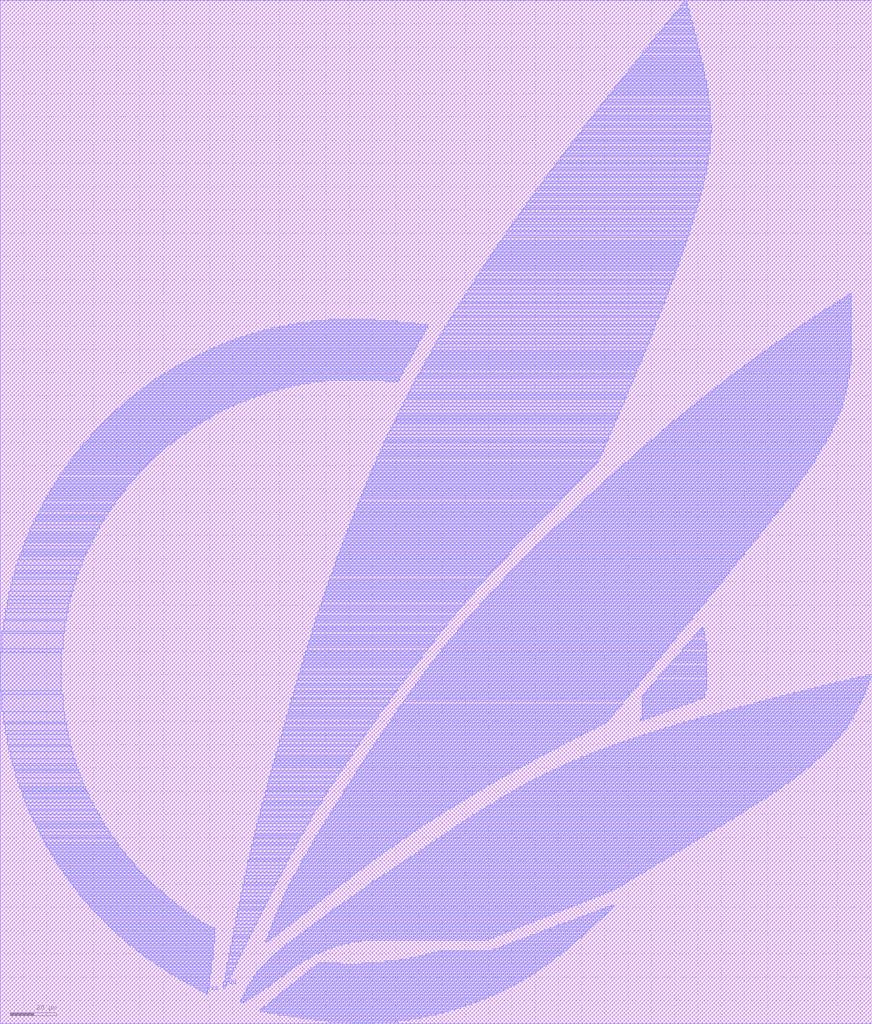
<source format=lef>
VERSION 5.7 ;
  NOWIREEXTENSIONATPIN ON ;
  DIVIDERCHAR "/" ;
  BUSBITCHARS "[]" ;
MACRO avali_logo
  CLASS BLOCK ;
  FOREIGN avali_logo ;
  ORIGIN 0.000 0.000 ;
  SIZE 375.000 BY 440.250 ;
  PIN vss
    DIRECTION INOUT ;
    USE GROUND ;
    SHAPE ABUTMENT ;
    PORT
      LAYER Metal4 ;
        RECT 141.000 302.250 161.250 303.000 ;
        RECT 133.500 301.500 171.000 302.250 ;
        RECT 127.500 300.750 178.500 301.500 ;
        RECT 123.750 300.000 183.750 300.750 ;
        RECT 120.000 299.250 183.750 300.000 ;
        RECT 116.250 298.500 183.000 299.250 ;
        RECT 113.250 297.750 183.000 298.500 ;
        RECT 111.000 297.000 182.250 297.750 ;
        RECT 108.000 296.250 182.250 297.000 ;
        RECT 105.750 295.500 181.500 296.250 ;
        RECT 103.500 294.750 181.500 295.500 ;
        RECT 101.250 294.000 180.750 294.750 ;
        RECT 99.000 293.250 180.000 294.000 ;
        RECT 97.500 292.500 180.000 293.250 ;
        RECT 95.250 291.750 179.250 292.500 ;
        RECT 93.750 291.000 179.250 291.750 ;
        RECT 91.500 290.250 178.500 291.000 ;
        RECT 90.000 289.500 178.500 290.250 ;
        RECT 88.500 288.750 177.750 289.500 ;
        RECT 87.000 288.000 177.750 288.750 ;
        RECT 85.500 287.250 177.000 288.000 ;
        RECT 84.000 286.500 177.000 287.250 ;
        RECT 82.500 285.750 176.250 286.500 ;
        RECT 81.000 285.000 176.250 285.750 ;
        RECT 79.500 284.250 175.500 285.000 ;
        RECT 78.000 283.500 174.750 284.250 ;
        RECT 76.500 282.750 174.750 283.500 ;
        RECT 75.000 282.000 174.000 282.750 ;
        RECT 74.250 281.250 174.000 282.000 ;
        RECT 72.750 280.500 173.250 281.250 ;
        RECT 72.000 279.750 173.250 280.500 ;
        RECT 70.500 279.000 172.500 279.750 ;
        RECT 69.000 278.250 172.500 279.000 ;
        RECT 68.250 277.500 171.750 278.250 ;
        RECT 66.750 276.750 171.750 277.500 ;
        RECT 66.000 276.000 139.500 276.750 ;
        RECT 165.750 276.000 171.000 276.750 ;
        RECT 64.500 275.250 133.500 276.000 ;
        RECT 63.750 274.500 129.000 275.250 ;
        RECT 63.000 273.750 125.250 274.500 ;
        RECT 61.500 273.000 122.250 273.750 ;
        RECT 60.750 272.250 119.250 273.000 ;
        RECT 60.000 271.500 116.250 272.250 ;
        RECT 58.500 270.750 114.000 271.500 ;
        RECT 57.750 270.000 111.750 270.750 ;
        RECT 57.000 269.250 109.500 270.000 ;
        RECT 55.500 268.500 107.250 269.250 ;
        RECT 54.750 267.750 105.750 268.500 ;
        RECT 54.000 267.000 103.500 267.750 ;
        RECT 53.250 266.250 102.000 267.000 ;
        RECT 52.500 265.500 100.500 266.250 ;
        RECT 51.750 264.750 98.250 265.500 ;
        RECT 50.250 264.000 96.750 264.750 ;
        RECT 49.500 263.250 95.250 264.000 ;
        RECT 48.750 262.500 93.750 263.250 ;
        RECT 48.000 261.750 92.250 262.500 ;
        RECT 47.250 261.000 91.500 261.750 ;
        RECT 46.500 260.250 90.000 261.000 ;
        RECT 45.750 259.500 88.500 260.250 ;
        RECT 45.000 258.750 87.000 259.500 ;
        RECT 44.250 258.000 86.250 258.750 ;
        RECT 43.500 257.250 84.750 258.000 ;
        RECT 42.750 256.500 84.000 257.250 ;
        RECT 42.000 255.750 82.500 256.500 ;
        RECT 41.250 255.000 81.000 255.750 ;
        RECT 40.500 254.250 80.250 255.000 ;
        RECT 39.750 253.500 79.500 254.250 ;
        RECT 39.000 252.750 78.000 253.500 ;
        RECT 39.000 252.000 77.250 252.750 ;
        RECT 38.250 251.250 75.750 252.000 ;
        RECT 37.500 250.500 75.000 251.250 ;
        RECT 36.750 249.750 74.250 250.500 ;
        RECT 36.000 249.000 73.500 249.750 ;
        RECT 35.250 248.250 72.000 249.000 ;
        RECT 34.500 247.500 71.250 248.250 ;
        RECT 34.500 246.750 70.500 247.500 ;
        RECT 33.750 246.000 69.750 246.750 ;
        RECT 33.000 245.250 69.000 246.000 ;
        RECT 32.250 244.500 68.250 245.250 ;
        RECT 31.500 243.750 66.750 244.500 ;
        RECT 31.500 243.000 66.000 243.750 ;
        RECT 30.750 242.250 65.250 243.000 ;
        RECT 30.000 241.500 64.500 242.250 ;
        RECT 29.250 240.750 63.750 241.500 ;
        RECT 29.250 240.000 63.000 240.750 ;
        RECT 28.500 239.250 62.250 240.000 ;
        RECT 27.750 238.500 61.500 239.250 ;
        RECT 27.750 237.750 60.750 238.500 ;
        RECT 27.000 237.000 60.000 237.750 ;
        RECT 26.250 236.250 59.250 237.000 ;
        RECT 25.500 234.750 58.500 236.250 ;
        RECT 24.750 234.000 57.750 234.750 ;
        RECT 24.750 233.250 57.000 234.000 ;
        RECT 24.000 232.500 56.250 233.250 ;
        RECT 23.250 231.750 55.500 232.500 ;
        RECT 23.250 231.000 54.750 231.750 ;
        RECT 22.500 230.250 54.000 231.000 ;
        RECT 21.750 229.500 54.000 230.250 ;
        RECT 21.750 228.750 53.250 229.500 ;
        RECT 21.000 228.000 52.500 228.750 ;
        RECT 21.000 227.250 51.750 228.000 ;
        RECT 20.250 226.500 51.750 227.250 ;
        RECT 19.500 225.750 51.000 226.500 ;
        RECT 19.500 225.000 50.250 225.750 ;
        RECT 18.750 223.500 49.500 225.000 ;
        RECT 18.000 222.750 48.750 223.500 ;
        RECT 18.000 222.000 48.000 222.750 ;
        RECT 17.250 221.250 48.000 222.000 ;
        RECT 17.250 220.500 47.250 221.250 ;
        RECT 16.500 219.000 46.500 220.500 ;
        RECT 15.750 218.250 45.750 219.000 ;
        RECT 15.750 217.500 45.000 218.250 ;
        RECT 15.000 216.750 45.000 217.500 ;
        RECT 15.000 216.000 44.250 216.750 ;
        RECT 14.250 214.500 43.500 216.000 ;
        RECT 13.500 213.000 42.750 214.500 ;
        RECT 12.750 211.500 42.000 213.000 ;
        RECT 12.750 210.750 41.250 211.500 ;
        RECT 12.000 210.000 41.250 210.750 ;
        RECT 12.000 209.250 40.500 210.000 ;
        RECT 11.250 208.500 40.500 209.250 ;
        RECT 11.250 207.750 39.750 208.500 ;
        RECT 10.500 207.000 39.750 207.750 ;
        RECT 10.500 205.500 39.000 207.000 ;
        RECT 9.750 204.000 38.250 205.500 ;
        RECT 9.750 203.250 37.500 204.000 ;
        RECT 9.000 202.500 37.500 203.250 ;
        RECT 9.000 201.750 36.750 202.500 ;
        RECT 8.250 201.000 36.750 201.750 ;
        RECT 8.250 199.500 36.000 201.000 ;
        RECT 7.500 197.250 35.250 199.500 ;
        RECT 6.750 195.000 34.500 197.250 ;
        RECT 6.750 194.250 33.750 195.000 ;
        RECT 6.000 193.500 33.750 194.250 ;
        RECT 6.000 192.000 33.000 193.500 ;
        RECT 5.250 191.250 33.000 192.000 ;
        RECT 5.250 189.000 32.250 191.250 ;
        RECT 4.500 186.000 31.500 189.000 ;
        RECT 3.750 183.750 30.750 186.000 ;
        RECT 3.750 182.250 30.000 183.750 ;
        RECT 3.000 180.750 30.000 182.250 ;
        RECT 3.000 178.500 29.250 180.750 ;
        RECT 2.250 177.000 29.250 178.500 ;
        RECT 2.250 174.000 28.500 177.000 ;
        RECT 1.500 173.250 28.500 174.000 ;
        RECT 1.500 168.750 27.750 173.250 ;
        RECT 0.750 168.000 27.750 168.750 ;
        RECT 0.750 161.250 27.000 168.000 ;
        RECT 0.750 159.750 26.250 161.250 ;
        RECT 0.000 143.250 26.250 159.750 ;
        RECT 0.750 141.750 26.250 143.250 ;
        RECT 0.750 134.250 27.000 141.750 ;
        RECT 1.500 129.750 27.750 134.250 ;
        RECT 1.500 129.000 28.500 129.750 ;
        RECT 2.250 126.000 28.500 129.000 ;
        RECT 2.250 124.500 29.250 126.000 ;
        RECT 3.000 122.250 29.250 124.500 ;
        RECT 3.000 120.000 30.000 122.250 ;
        RECT 3.750 119.250 30.000 120.000 ;
        RECT 3.750 117.000 30.750 119.250 ;
        RECT 4.500 114.000 31.500 117.000 ;
        RECT 5.250 111.750 32.250 114.000 ;
        RECT 5.250 111.000 33.000 111.750 ;
        RECT 6.000 109.500 33.000 111.000 ;
        RECT 6.000 108.750 33.750 109.500 ;
        RECT 6.750 108.000 33.750 108.750 ;
        RECT 6.750 105.750 34.500 108.000 ;
        RECT 7.500 103.500 35.250 105.750 ;
        RECT 8.250 102.000 36.000 103.500 ;
        RECT 8.250 101.250 36.750 102.000 ;
        RECT 9.000 100.500 36.750 101.250 ;
        RECT 9.000 99.750 37.500 100.500 ;
        RECT 9.750 99.000 37.500 99.750 ;
        RECT 9.750 97.500 38.250 99.000 ;
        RECT 10.500 96.750 38.250 97.500 ;
        RECT 10.500 95.250 39.000 96.750 ;
        RECT 11.250 93.750 39.750 95.250 ;
        RECT 12.000 92.250 40.500 93.750 ;
        RECT 12.000 91.500 41.250 92.250 ;
        RECT 12.750 90.000 42.000 91.500 ;
        RECT 13.500 88.500 42.750 90.000 ;
        RECT 14.250 87.000 43.500 88.500 ;
        RECT 15.000 86.250 44.250 87.000 ;
        RECT 15.000 85.500 45.000 86.250 ;
        RECT 15.750 84.750 45.000 85.500 ;
        RECT 15.750 84.000 45.750 84.750 ;
        RECT 16.500 82.500 46.500 84.000 ;
        RECT 17.250 81.000 47.250 82.500 ;
        RECT 18.000 80.250 48.000 81.000 ;
        RECT 18.000 79.500 48.750 80.250 ;
        RECT 18.750 78.000 49.500 79.500 ;
        RECT 19.500 77.250 50.250 78.000 ;
        RECT 19.500 76.500 51.000 77.250 ;
        RECT 20.250 75.750 51.000 76.500 ;
        RECT 21.000 75.000 51.750 75.750 ;
        RECT 21.000 74.250 52.500 75.000 ;
        RECT 21.750 73.500 53.250 74.250 ;
        RECT 21.750 72.750 54.000 73.500 ;
        RECT 22.500 72.000 54.000 72.750 ;
        RECT 23.250 71.250 54.750 72.000 ;
        RECT 23.250 70.500 55.500 71.250 ;
        RECT 24.000 69.750 56.250 70.500 ;
        RECT 24.000 69.000 57.000 69.750 ;
        RECT 24.750 68.250 57.750 69.000 ;
        RECT 25.500 67.500 57.750 68.250 ;
        RECT 25.500 66.750 58.500 67.500 ;
        RECT 26.250 66.000 59.250 66.750 ;
        RECT 27.000 65.250 60.000 66.000 ;
        RECT 27.000 64.500 60.750 65.250 ;
        RECT 27.750 63.750 61.500 64.500 ;
        RECT 28.500 63.000 62.250 63.750 ;
        RECT 29.250 62.250 63.000 63.000 ;
        RECT 29.250 61.500 63.750 62.250 ;
        RECT 30.000 60.750 64.500 61.500 ;
        RECT 30.750 60.000 65.250 60.750 ;
        RECT 31.500 59.250 66.000 60.000 ;
        RECT 31.500 58.500 66.750 59.250 ;
        RECT 32.250 57.750 67.500 58.500 ;
        RECT 33.000 57.000 69.000 57.750 ;
        RECT 33.750 56.250 69.750 57.000 ;
        RECT 33.750 55.500 70.500 56.250 ;
        RECT 34.500 54.750 71.250 55.500 ;
        RECT 35.250 54.000 72.000 54.750 ;
        RECT 36.000 53.250 72.750 54.000 ;
        RECT 36.750 52.500 74.250 53.250 ;
        RECT 37.500 51.750 75.000 52.500 ;
        RECT 38.250 51.000 75.750 51.750 ;
        RECT 38.250 50.250 76.500 51.000 ;
        RECT 39.000 49.500 78.000 50.250 ;
        RECT 39.750 48.750 78.750 49.500 ;
        RECT 40.500 48.000 79.500 48.750 ;
        RECT 41.250 47.250 81.000 48.000 ;
        RECT 42.000 46.500 81.750 47.250 ;
        RECT 42.750 45.750 83.250 46.500 ;
        RECT 43.500 45.000 84.000 45.750 ;
        RECT 44.250 44.250 85.500 45.000 ;
        RECT 45.000 43.500 86.250 44.250 ;
        RECT 45.750 42.750 87.750 43.500 ;
        RECT 46.500 42.000 89.250 42.750 ;
        RECT 47.250 41.250 90.750 42.000 ;
        RECT 48.000 40.500 92.250 41.250 ;
        RECT 48.750 39.750 92.250 40.500 ;
        RECT 49.500 39.000 92.250 39.750 ;
        RECT 50.250 38.250 92.250 39.000 ;
        RECT 51.000 37.500 92.250 38.250 ;
        RECT 52.500 36.750 92.250 37.500 ;
        RECT 53.250 36.000 92.250 36.750 ;
        RECT 54.000 35.250 92.250 36.000 ;
        RECT 54.750 34.500 92.250 35.250 ;
        RECT 55.500 33.750 91.500 34.500 ;
        RECT 57.000 33.000 91.500 33.750 ;
        RECT 57.750 32.250 91.500 33.000 ;
        RECT 58.500 31.500 91.500 32.250 ;
        RECT 59.250 30.750 91.500 31.500 ;
        RECT 60.750 30.000 91.500 30.750 ;
        RECT 61.500 29.250 91.500 30.000 ;
        RECT 62.250 28.500 91.500 29.250 ;
        RECT 63.750 27.750 91.500 28.500 ;
        RECT 64.500 27.000 90.750 27.750 ;
        RECT 66.000 26.250 90.750 27.000 ;
        RECT 66.750 25.500 90.750 26.250 ;
        RECT 67.500 24.750 90.750 25.500 ;
        RECT 69.000 24.000 90.750 24.750 ;
        RECT 70.500 23.250 90.750 24.000 ;
        RECT 71.250 22.500 90.750 23.250 ;
        RECT 72.750 21.750 90.750 22.500 ;
        RECT 73.500 21.000 90.000 21.750 ;
        RECT 75.000 20.250 90.000 21.000 ;
        RECT 76.500 19.500 90.000 20.250 ;
        RECT 77.250 18.750 90.000 19.500 ;
        RECT 78.750 18.000 90.000 18.750 ;
        RECT 80.250 17.250 90.000 18.000 ;
        RECT 81.750 16.500 90.000 17.250 ;
        RECT 83.250 15.750 90.000 16.500 ;
        RECT 84.000 15.000 89.250 15.750 ;
        RECT 85.500 14.250 89.250 15.000 ;
        RECT 87.000 13.500 89.250 14.250 ;
        RECT 88.500 12.750 89.250 13.500 ;
    END
  END vss
  PIN vdd
    DIRECTION INOUT ;
    USE POWER ;
    SHAPE ABUTMENT ;
    PORT
      LAYER Metal4 ;
        RECT 294.000 438.750 295.500 439.500 ;
        RECT 293.250 438.000 295.500 438.750 ;
        RECT 292.500 436.500 295.500 438.000 ;
        RECT 291.750 435.750 296.250 436.500 ;
        RECT 291.000 435.000 296.250 435.750 ;
        RECT 290.250 434.250 296.250 435.000 ;
        RECT 289.500 433.500 296.250 434.250 ;
        RECT 288.750 432.000 297.000 433.500 ;
        RECT 288.000 431.250 297.000 432.000 ;
        RECT 287.250 430.500 297.750 431.250 ;
        RECT 286.500 429.750 297.750 430.500 ;
        RECT 285.750 428.250 297.750 429.750 ;
        RECT 285.000 427.500 298.500 428.250 ;
        RECT 284.250 426.750 298.500 427.500 ;
        RECT 283.500 426.000 298.500 426.750 ;
        RECT 282.750 425.250 298.500 426.000 ;
        RECT 282.000 423.750 299.250 425.250 ;
        RECT 281.250 423.000 299.250 423.750 ;
        RECT 280.500 422.250 299.250 423.000 ;
        RECT 279.750 421.500 300.000 422.250 ;
        RECT 279.000 420.000 300.000 421.500 ;
        RECT 278.250 419.250 300.000 420.000 ;
        RECT 277.500 418.500 300.750 419.250 ;
        RECT 276.750 417.750 300.750 418.500 ;
        RECT 276.000 416.250 300.750 417.750 ;
        RECT 275.250 415.500 301.500 416.250 ;
        RECT 274.500 414.750 301.500 415.500 ;
        RECT 273.750 414.000 301.500 414.750 ;
        RECT 273.000 413.250 301.500 414.000 ;
        RECT 273.000 412.500 302.250 413.250 ;
        RECT 272.250 411.750 302.250 412.500 ;
        RECT 271.500 411.000 302.250 411.750 ;
        RECT 270.750 410.250 302.250 411.000 ;
        RECT 270.000 409.500 302.250 410.250 ;
        RECT 270.000 408.750 303.000 409.500 ;
        RECT 269.250 408.000 303.000 408.750 ;
        RECT 268.500 407.250 303.000 408.000 ;
        RECT 267.750 406.500 303.000 407.250 ;
        RECT 267.000 405.750 303.000 406.500 ;
        RECT 267.000 405.000 303.750 405.750 ;
        RECT 266.250 404.250 303.750 405.000 ;
        RECT 265.500 403.500 303.750 404.250 ;
        RECT 264.750 402.750 303.750 403.500 ;
        RECT 264.000 402.000 303.750 402.750 ;
        RECT 264.000 401.250 304.500 402.000 ;
        RECT 263.250 400.500 304.500 401.250 ;
        RECT 262.500 399.750 304.500 400.500 ;
        RECT 261.750 399.000 304.500 399.750 ;
        RECT 261.000 397.500 304.500 399.000 ;
        RECT 260.250 396.750 304.500 397.500 ;
        RECT 259.500 396.000 305.250 396.750 ;
        RECT 258.750 395.250 305.250 396.000 ;
        RECT 258.000 393.750 305.250 395.250 ;
        RECT 257.250 393.000 305.250 393.750 ;
        RECT 256.500 392.250 305.250 393.000 ;
        RECT 255.750 390.750 305.250 392.250 ;
        RECT 255.000 390.000 305.250 390.750 ;
        RECT 254.250 389.250 305.250 390.000 ;
        RECT 253.500 388.500 305.250 389.250 ;
        RECT 252.750 387.000 305.250 388.500 ;
        RECT 252.000 386.250 306.000 387.000 ;
        RECT 251.250 385.500 306.000 386.250 ;
        RECT 250.500 384.000 306.000 385.500 ;
        RECT 249.750 383.250 306.000 384.000 ;
        RECT 249.000 382.500 305.250 383.250 ;
        RECT 248.250 381.000 305.250 382.500 ;
        RECT 247.500 380.250 305.250 381.000 ;
        RECT 246.750 379.500 305.250 380.250 ;
        RECT 246.000 378.750 305.250 379.500 ;
        RECT 245.250 377.250 305.250 378.750 ;
        RECT 244.500 376.500 305.250 377.250 ;
        RECT 243.750 375.750 305.250 376.500 ;
        RECT 243.000 374.250 305.250 375.750 ;
        RECT 242.250 373.500 304.500 374.250 ;
        RECT 241.500 372.750 304.500 373.500 ;
        RECT 240.750 371.250 304.500 372.750 ;
        RECT 240.000 370.500 304.500 371.250 ;
        RECT 239.250 369.750 304.500 370.500 ;
        RECT 238.500 368.250 303.750 369.750 ;
        RECT 237.750 367.500 303.750 368.250 ;
        RECT 237.000 366.750 303.750 367.500 ;
        RECT 236.250 365.250 303.750 366.750 ;
        RECT 235.500 364.500 303.000 365.250 ;
        RECT 234.750 363.750 303.000 364.500 ;
        RECT 234.000 362.250 303.000 363.750 ;
        RECT 233.250 361.500 302.250 362.250 ;
        RECT 232.500 360.000 302.250 361.500 ;
        RECT 231.750 359.250 302.250 360.000 ;
        RECT 231.000 358.500 301.500 359.250 ;
        RECT 230.250 357.000 301.500 358.500 ;
        RECT 229.500 356.250 301.500 357.000 ;
        RECT 228.750 355.500 300.750 356.250 ;
        RECT 228.000 354.000 300.750 355.500 ;
        RECT 227.250 353.250 300.750 354.000 ;
        RECT 226.500 351.750 300.000 353.250 ;
        RECT 225.750 351.000 300.000 351.750 ;
        RECT 225.000 350.250 299.250 351.000 ;
        RECT 224.250 348.750 299.250 350.250 ;
        RECT 223.500 348.000 298.500 348.750 ;
        RECT 222.750 346.500 298.500 348.000 ;
        RECT 222.000 345.750 298.500 346.500 ;
        RECT 221.250 345.000 297.750 345.750 ;
        RECT 220.500 343.500 297.750 345.000 ;
        RECT 219.750 342.750 297.000 343.500 ;
        RECT 219.000 341.250 297.000 342.750 ;
        RECT 218.250 340.500 296.250 341.250 ;
        RECT 217.500 339.000 296.250 340.500 ;
        RECT 216.750 338.250 295.500 339.000 ;
        RECT 216.000 336.750 295.500 338.250 ;
        RECT 215.250 336.000 294.750 336.750 ;
        RECT 214.500 335.250 294.750 336.000 ;
        RECT 213.750 334.500 294.750 335.250 ;
        RECT 213.750 333.750 294.000 334.500 ;
        RECT 213.000 333.000 294.000 333.750 ;
        RECT 212.250 332.250 294.000 333.000 ;
        RECT 212.250 331.500 293.250 332.250 ;
        RECT 211.500 330.750 293.250 331.500 ;
        RECT 210.750 330.000 293.250 330.750 ;
        RECT 210.750 329.250 292.500 330.000 ;
        RECT 210.000 328.500 292.500 329.250 ;
        RECT 209.250 327.750 292.500 328.500 ;
        RECT 209.250 327.000 291.750 327.750 ;
        RECT 208.500 326.250 291.750 327.000 ;
        RECT 207.750 325.500 291.750 326.250 ;
        RECT 207.750 324.750 291.000 325.500 ;
        RECT 207.000 324.000 291.000 324.750 ;
        RECT 206.250 322.500 290.250 324.000 ;
        RECT 205.500 321.750 290.250 322.500 ;
        RECT 204.750 320.250 289.500 321.750 ;
        RECT 204.000 319.500 289.500 320.250 ;
        RECT 204.000 318.750 288.750 319.500 ;
        RECT 203.250 318.000 288.750 318.750 ;
        RECT 202.500 316.500 288.000 318.000 ;
        RECT 201.750 315.750 288.000 316.500 ;
        RECT 201.000 314.250 287.250 315.750 ;
        RECT 200.250 313.500 287.250 314.250 ;
        RECT 199.500 312.000 286.500 313.500 ;
        RECT 198.750 310.500 285.750 312.000 ;
        RECT 198.000 309.750 285.750 310.500 ;
        RECT 197.250 308.250 285.000 309.750 ;
        RECT 196.500 307.500 285.000 308.250 ;
        RECT 195.750 306.000 284.250 307.500 ;
        RECT 195.000 304.500 283.500 306.000 ;
        RECT 194.250 303.750 283.500 304.500 ;
        RECT 193.500 302.250 282.750 303.750 ;
        RECT 192.750 300.750 282.000 302.250 ;
        RECT 192.000 300.000 282.000 300.750 ;
        RECT 191.250 298.500 281.250 300.000 ;
        RECT 190.500 297.000 280.500 298.500 ;
        RECT 189.750 296.250 280.500 297.000 ;
        RECT 189.000 294.750 279.750 296.250 ;
        RECT 188.250 293.250 279.000 294.750 ;
        RECT 187.500 292.500 279.000 293.250 ;
        RECT 186.750 291.000 278.250 292.500 ;
        RECT 186.000 289.500 277.500 291.000 ;
        RECT 185.250 288.750 277.500 289.500 ;
        RECT 185.250 288.000 276.750 288.750 ;
        RECT 184.500 287.250 276.750 288.000 ;
        RECT 184.500 286.500 276.000 287.250 ;
        RECT 183.750 285.750 276.000 286.500 ;
        RECT 183.000 285.000 276.000 285.750 ;
        RECT 183.000 284.250 275.250 285.000 ;
        RECT 182.250 283.500 275.250 284.250 ;
        RECT 182.250 282.750 274.500 283.500 ;
        RECT 181.500 282.000 274.500 282.750 ;
        RECT 181.500 281.250 273.750 282.000 ;
        RECT 180.750 279.750 273.750 281.250 ;
        RECT 180.000 279.000 273.000 279.750 ;
        RECT 179.250 278.250 273.000 279.000 ;
        RECT 179.250 277.500 272.250 278.250 ;
        RECT 178.500 276.000 272.250 277.500 ;
        RECT 177.750 274.500 271.500 276.000 ;
        RECT 177.000 273.000 270.750 274.500 ;
        RECT 176.250 271.500 270.000 273.000 ;
        RECT 175.500 270.750 270.000 271.500 ;
        RECT 175.500 270.000 269.250 270.750 ;
        RECT 174.750 269.250 269.250 270.000 ;
        RECT 174.750 268.500 268.500 269.250 ;
        RECT 174.000 267.000 268.500 268.500 ;
        RECT 173.250 265.500 267.750 267.000 ;
        RECT 172.500 264.000 267.000 265.500 ;
        RECT 171.750 262.500 266.250 264.000 ;
        RECT 171.000 261.750 266.250 262.500 ;
        RECT 171.000 261.000 265.500 261.750 ;
        RECT 170.250 260.250 265.500 261.000 ;
        RECT 170.250 259.500 264.750 260.250 ;
        RECT 169.500 258.750 264.750 259.500 ;
        RECT 169.500 258.000 264.000 258.750 ;
        RECT 168.750 256.500 264.000 258.000 ;
        RECT 168.000 255.000 263.250 256.500 ;
        RECT 167.250 253.500 262.500 255.000 ;
        RECT 166.500 252.000 261.750 253.500 ;
        RECT 165.750 251.250 261.750 252.000 ;
        RECT 165.750 250.500 261.000 251.250 ;
        RECT 165.000 249.750 261.000 250.500 ;
        RECT 165.000 248.250 260.250 249.750 ;
        RECT 164.250 246.750 259.500 248.250 ;
        RECT 163.500 246.000 259.500 246.750 ;
        RECT 163.500 245.250 258.750 246.000 ;
        RECT 162.750 244.500 258.750 245.250 ;
        RECT 162.750 243.750 258.000 244.500 ;
        RECT 162.000 243.000 258.000 243.750 ;
        RECT 162.000 241.500 257.250 243.000 ;
        RECT 161.250 240.750 256.500 241.500 ;
        RECT 161.250 240.000 255.750 240.750 ;
        RECT 160.500 239.250 255.000 240.000 ;
        RECT 160.500 238.500 254.250 239.250 ;
        RECT 159.750 237.750 253.500 238.500 ;
        RECT 159.750 237.000 252.750 237.750 ;
        RECT 159.000 236.250 252.000 237.000 ;
        RECT 159.000 235.500 251.250 236.250 ;
        RECT 159.000 234.750 250.500 235.500 ;
        RECT 158.250 234.000 249.750 234.750 ;
        RECT 158.250 233.250 249.000 234.000 ;
        RECT 157.500 232.500 248.250 233.250 ;
        RECT 157.500 231.750 247.500 232.500 ;
        RECT 157.500 231.000 246.750 231.750 ;
        RECT 156.750 230.250 246.000 231.000 ;
        RECT 156.750 229.500 245.250 230.250 ;
        RECT 156.000 228.750 244.500 229.500 ;
        RECT 156.000 228.000 243.750 228.750 ;
        RECT 155.250 227.250 243.000 228.000 ;
        RECT 155.250 226.500 242.250 227.250 ;
        RECT 155.250 225.750 241.500 226.500 ;
        RECT 154.500 224.250 240.750 225.750 ;
        RECT 153.750 223.500 240.000 224.250 ;
        RECT 153.750 222.750 239.250 223.500 ;
        RECT 153.750 222.000 238.500 222.750 ;
        RECT 153.000 221.250 237.750 222.000 ;
        RECT 153.000 220.500 237.000 221.250 ;
        RECT 152.250 219.750 236.250 220.500 ;
        RECT 152.250 219.000 235.500 219.750 ;
        RECT 152.250 218.250 234.750 219.000 ;
        RECT 151.500 217.500 234.000 218.250 ;
        RECT 151.500 216.750 233.250 217.500 ;
        RECT 150.750 216.000 232.500 216.750 ;
        RECT 150.750 215.250 231.750 216.000 ;
        RECT 150.750 214.500 231.000 215.250 ;
        RECT 150.000 213.750 230.250 214.500 ;
        RECT 150.000 213.000 229.500 213.750 ;
        RECT 149.250 212.250 228.750 213.000 ;
        RECT 149.250 211.500 228.000 212.250 ;
        RECT 149.250 210.750 227.250 211.500 ;
        RECT 148.500 210.000 226.500 210.750 ;
        RECT 148.500 209.250 225.750 210.000 ;
        RECT 148.500 208.500 225.000 209.250 ;
        RECT 147.750 207.750 224.250 208.500 ;
        RECT 147.750 207.000 223.500 207.750 ;
        RECT 147.000 206.250 222.750 207.000 ;
        RECT 147.000 205.500 222.000 206.250 ;
        RECT 147.000 204.750 221.250 205.500 ;
        RECT 146.250 204.000 220.500 204.750 ;
        RECT 146.250 203.250 219.750 204.000 ;
        RECT 146.250 202.500 219.000 203.250 ;
        RECT 145.500 201.750 219.000 202.500 ;
        RECT 145.500 201.000 218.250 201.750 ;
        RECT 144.750 200.250 217.500 201.000 ;
        RECT 144.750 199.500 216.750 200.250 ;
        RECT 144.750 198.750 216.000 199.500 ;
        RECT 144.000 198.000 215.250 198.750 ;
        RECT 144.000 197.250 214.500 198.000 ;
        RECT 144.000 196.500 213.750 197.250 ;
        RECT 143.250 195.750 213.000 196.500 ;
        RECT 143.250 195.000 212.250 195.750 ;
        RECT 143.250 194.250 211.500 195.000 ;
        RECT 142.500 193.500 210.750 194.250 ;
        RECT 142.500 192.750 210.000 193.500 ;
        RECT 141.750 191.250 209.250 192.750 ;
        RECT 141.750 190.500 208.500 191.250 ;
        RECT 141.000 189.750 207.750 190.500 ;
        RECT 141.000 189.000 207.000 189.750 ;
        RECT 141.000 188.250 206.250 189.000 ;
        RECT 140.250 187.500 205.500 188.250 ;
        RECT 140.250 186.750 204.750 187.500 ;
        RECT 140.250 186.000 204.000 186.750 ;
        RECT 139.500 185.250 204.000 186.000 ;
        RECT 139.500 184.500 203.250 185.250 ;
        RECT 139.500 183.750 202.500 184.500 ;
        RECT 138.750 183.000 201.750 183.750 ;
        RECT 138.750 182.250 201.000 183.000 ;
        RECT 138.750 181.500 200.250 182.250 ;
        RECT 138.000 180.000 199.500 181.500 ;
        RECT 138.000 179.250 198.750 180.000 ;
        RECT 137.250 178.500 198.000 179.250 ;
        RECT 137.250 177.750 197.250 178.500 ;
        RECT 137.250 177.000 196.500 177.750 ;
        RECT 136.500 175.500 195.750 177.000 ;
        RECT 136.500 174.750 195.000 175.500 ;
        RECT 135.750 174.000 194.250 174.750 ;
        RECT 135.750 173.250 193.500 174.000 ;
        RECT 135.750 172.500 192.750 173.250 ;
        RECT 135.000 171.000 192.000 172.500 ;
        RECT 135.000 170.250 191.250 171.000 ;
        RECT 134.250 169.500 190.500 170.250 ;
        RECT 134.250 168.750 189.750 169.500 ;
        RECT 134.250 167.250 189.000 168.750 ;
        RECT 133.500 166.500 188.250 167.250 ;
        RECT 133.500 165.750 187.500 166.500 ;
        RECT 133.500 165.000 186.750 165.750 ;
        RECT 132.750 164.250 186.750 165.000 ;
        RECT 132.750 163.500 186.000 164.250 ;
        RECT 132.750 162.750 185.250 163.500 ;
        RECT 132.000 162.000 184.500 162.750 ;
        RECT 132.000 160.500 183.750 162.000 ;
        RECT 131.250 159.750 183.000 160.500 ;
        RECT 131.250 159.000 182.250 159.750 ;
        RECT 131.250 158.250 181.500 159.000 ;
        RECT 130.500 157.500 181.500 158.250 ;
        RECT 130.500 156.750 180.750 157.500 ;
        RECT 130.500 156.000 180.000 156.750 ;
        RECT 130.500 155.250 179.250 156.000 ;
        RECT 129.750 154.500 179.250 155.250 ;
        RECT 129.750 153.750 178.500 154.500 ;
        RECT 129.750 153.000 177.750 153.750 ;
        RECT 129.000 151.500 177.000 153.000 ;
        RECT 129.000 150.750 176.250 151.500 ;
        RECT 128.250 150.000 175.500 150.750 ;
        RECT 128.250 148.500 174.750 150.000 ;
        RECT 128.250 147.750 174.000 148.500 ;
        RECT 127.500 146.250 173.250 147.750 ;
        RECT 127.500 145.500 172.500 146.250 ;
        RECT 126.750 144.750 171.750 145.500 ;
        RECT 126.750 143.250 171.000 144.750 ;
        RECT 126.750 142.500 170.250 143.250 ;
        RECT 126.000 141.750 169.500 142.500 ;
        RECT 126.000 140.250 168.750 141.750 ;
        RECT 125.250 139.500 168.000 140.250 ;
        RECT 125.250 138.000 167.250 139.500 ;
        RECT 124.500 137.250 166.500 138.000 ;
        RECT 124.500 136.500 165.750 137.250 ;
        RECT 124.500 135.000 165.000 136.500 ;
        RECT 123.750 134.250 164.250 135.000 ;
        RECT 123.750 133.500 163.500 134.250 ;
        RECT 123.750 132.750 162.750 133.500 ;
        RECT 123.000 132.000 162.750 132.750 ;
        RECT 123.000 131.250 162.000 132.000 ;
        RECT 123.000 129.750 161.250 131.250 ;
        RECT 122.250 129.000 160.500 129.750 ;
        RECT 122.250 127.500 159.750 129.000 ;
        RECT 121.500 126.750 159.000 127.500 ;
        RECT 121.500 126.000 158.250 126.750 ;
        RECT 121.500 124.500 157.500 126.000 ;
        RECT 120.750 123.750 156.750 124.500 ;
        RECT 120.750 122.250 156.000 123.750 ;
        RECT 120.000 121.500 155.250 122.250 ;
        RECT 120.000 120.000 154.500 121.500 ;
        RECT 120.000 119.250 153.750 120.000 ;
        RECT 119.250 117.750 153.000 119.250 ;
        RECT 119.250 117.000 152.250 117.750 ;
        RECT 118.500 115.500 151.500 117.000 ;
        RECT 118.500 114.750 150.750 115.500 ;
        RECT 118.500 114.000 150.000 114.750 ;
        RECT 117.750 113.250 150.000 114.000 ;
        RECT 117.750 112.500 149.250 113.250 ;
        RECT 117.750 111.750 148.500 112.500 ;
        RECT 117.000 111.000 148.500 111.750 ;
        RECT 117.000 110.250 147.750 111.000 ;
        RECT 117.000 108.750 147.000 110.250 ;
        RECT 116.250 108.000 146.250 108.750 ;
        RECT 116.250 106.500 145.500 108.000 ;
        RECT 115.500 105.750 144.750 106.500 ;
        RECT 115.500 104.250 144.000 105.750 ;
        RECT 115.500 103.500 143.250 104.250 ;
        RECT 114.750 102.000 142.500 103.500 ;
        RECT 114.750 101.250 141.750 102.000 ;
        RECT 114.750 100.500 141.000 101.250 ;
        RECT 114.000 99.750 141.000 100.500 ;
        RECT 114.000 98.250 140.250 99.750 ;
        RECT 114.000 97.500 139.500 98.250 ;
        RECT 113.250 96.000 138.750 97.500 ;
        RECT 113.250 95.250 138.000 96.000 ;
        RECT 112.500 94.500 138.000 95.250 ;
        RECT 112.500 93.750 137.250 94.500 ;
        RECT 112.500 92.250 136.500 93.750 ;
        RECT 111.750 91.500 135.750 92.250 ;
        RECT 111.750 90.000 135.000 91.500 ;
        RECT 111.750 89.250 134.250 90.000 ;
        RECT 111.000 88.500 134.250 89.250 ;
        RECT 111.000 87.000 133.500 88.500 ;
        RECT 111.000 86.250 132.750 87.000 ;
        RECT 110.250 84.750 132.000 86.250 ;
        RECT 110.250 83.250 131.250 84.750 ;
        RECT 109.500 81.750 130.500 83.250 ;
        RECT 109.500 81.000 129.750 81.750 ;
        RECT 109.500 80.250 129.000 81.000 ;
        RECT 108.750 79.500 129.000 80.250 ;
        RECT 108.750 78.000 128.250 79.500 ;
        RECT 108.750 77.250 127.500 78.000 ;
        RECT 108.000 76.500 127.500 77.250 ;
        RECT 108.000 75.000 126.750 76.500 ;
        RECT 108.000 73.500 126.000 75.000 ;
        RECT 107.250 72.750 125.250 73.500 ;
        RECT 107.250 71.250 124.500 72.750 ;
        RECT 107.250 70.500 123.750 71.250 ;
        RECT 106.500 69.750 123.750 70.500 ;
        RECT 106.500 68.250 123.000 69.750 ;
        RECT 106.500 66.750 122.250 68.250 ;
        RECT 105.750 65.250 121.500 66.750 ;
        RECT 105.750 63.750 120.750 65.250 ;
        RECT 105.000 62.250 120.000 63.750 ;
        RECT 105.000 60.750 119.250 62.250 ;
        RECT 105.000 60.000 118.500 60.750 ;
        RECT 104.250 59.250 118.500 60.000 ;
        RECT 104.250 57.750 117.750 59.250 ;
        RECT 104.250 56.250 117.000 57.750 ;
        RECT 103.500 54.750 116.250 56.250 ;
        RECT 103.500 53.250 115.500 54.750 ;
        RECT 103.500 52.500 114.750 53.250 ;
        RECT 102.750 51.750 114.750 52.500 ;
        RECT 102.750 50.250 114.000 51.750 ;
        RECT 102.750 49.500 113.250 50.250 ;
        RECT 102.000 48.750 113.250 49.500 ;
        RECT 102.000 47.250 112.500 48.750 ;
        RECT 102.000 45.750 111.750 47.250 ;
        RECT 101.250 44.250 111.000 45.750 ;
        RECT 101.250 42.750 110.250 44.250 ;
        RECT 101.250 41.250 109.500 42.750 ;
        RECT 100.500 39.750 108.750 41.250 ;
        RECT 100.500 38.250 108.000 39.750 ;
        RECT 100.500 37.500 107.250 38.250 ;
        RECT 99.750 36.750 107.250 37.500 ;
        RECT 99.750 35.250 106.500 36.750 ;
        RECT 99.750 33.750 105.750 35.250 ;
        RECT 99.000 32.250 105.000 33.750 ;
        RECT 99.000 30.750 104.250 32.250 ;
        RECT 99.000 30.000 103.500 30.750 ;
        RECT 98.250 29.250 103.500 30.000 ;
        RECT 98.250 27.750 102.750 29.250 ;
        RECT 98.250 26.250 102.000 27.750 ;
        RECT 97.500 25.500 102.000 26.250 ;
        RECT 97.500 24.000 101.250 25.500 ;
        RECT 97.500 22.500 100.500 24.000 ;
        RECT 97.500 21.750 99.750 22.500 ;
        RECT 96.750 21.000 99.750 21.750 ;
        RECT 96.750 19.500 99.000 21.000 ;
        RECT 96.750 18.000 98.250 19.500 ;
        RECT 96.000 16.500 97.500 18.000 ;
        RECT 96.000 15.000 96.750 16.500 ;
    END
  END vdd
  OBS
      LAYER Metal2 ;
        RECT 0.000 0.000 375.000 440.250 ;
      LAYER Metal3 ;
        RECT 0.000 0.000 375.000 440.250 ;
      LAYER Metal4 ;
        RECT 365.250 313.500 366.000 314.250 ;
        RECT 364.500 312.750 366.000 313.500 ;
        RECT 363.000 312.000 366.000 312.750 ;
        RECT 362.250 311.250 366.000 312.000 ;
        RECT 360.750 310.500 366.000 311.250 ;
        RECT 360.000 309.750 366.000 310.500 ;
        RECT 358.500 309.000 366.000 309.750 ;
        RECT 357.750 308.250 366.000 309.000 ;
        RECT 356.250 307.500 366.000 308.250 ;
        RECT 354.750 306.750 366.000 307.500 ;
        RECT 354.000 306.000 366.000 306.750 ;
        RECT 352.500 305.250 366.000 306.000 ;
        RECT 351.750 304.500 366.000 305.250 ;
        RECT 350.250 303.750 366.000 304.500 ;
        RECT 349.500 303.000 366.000 303.750 ;
        RECT 348.000 302.250 366.000 303.000 ;
        RECT 347.250 301.500 366.000 302.250 ;
        RECT 345.750 300.750 366.000 301.500 ;
        RECT 345.000 300.000 366.000 300.750 ;
        RECT 343.500 299.250 366.000 300.000 ;
        RECT 342.750 298.500 366.000 299.250 ;
        RECT 341.250 297.750 366.000 298.500 ;
        RECT 340.500 297.000 366.000 297.750 ;
        RECT 339.000 296.250 366.000 297.000 ;
        RECT 338.250 295.500 366.000 296.250 ;
        RECT 337.500 294.750 366.000 295.500 ;
        RECT 336.000 294.000 366.000 294.750 ;
        RECT 335.250 293.250 366.000 294.000 ;
        RECT 333.750 292.500 366.000 293.250 ;
        RECT 333.000 291.750 366.000 292.500 ;
        RECT 331.500 291.000 366.000 291.750 ;
        RECT 330.750 290.250 366.000 291.000 ;
        RECT 330.000 289.500 366.000 290.250 ;
        RECT 328.500 288.750 366.000 289.500 ;
        RECT 327.750 288.000 366.000 288.750 ;
        RECT 326.250 287.250 366.000 288.000 ;
        RECT 325.500 286.500 366.000 287.250 ;
        RECT 324.750 285.750 366.000 286.500 ;
        RECT 323.250 285.000 366.000 285.750 ;
        RECT 322.500 284.250 366.000 285.000 ;
        RECT 321.750 283.500 366.000 284.250 ;
        RECT 320.250 282.750 365.250 283.500 ;
        RECT 319.500 282.000 365.250 282.750 ;
        RECT 318.750 281.250 365.250 282.000 ;
        RECT 317.250 280.500 365.250 281.250 ;
        RECT 316.500 279.750 365.250 280.500 ;
        RECT 315.750 279.000 365.250 279.750 ;
        RECT 314.250 278.250 365.250 279.000 ;
        RECT 313.500 277.500 365.250 278.250 ;
        RECT 312.750 276.750 364.500 277.500 ;
        RECT 311.250 276.000 364.500 276.750 ;
        RECT 310.500 275.250 364.500 276.000 ;
        RECT 309.750 274.500 364.500 275.250 ;
        RECT 308.250 273.750 364.500 274.500 ;
        RECT 307.500 273.000 363.750 273.750 ;
        RECT 306.750 272.250 363.750 273.000 ;
        RECT 306.000 271.500 363.750 272.250 ;
        RECT 304.500 270.750 363.750 271.500 ;
        RECT 303.750 270.000 363.000 270.750 ;
        RECT 303.000 269.250 363.000 270.000 ;
        RECT 301.500 268.500 363.000 269.250 ;
        RECT 300.750 267.750 363.000 268.500 ;
        RECT 300.000 267.000 362.250 267.750 ;
        RECT 299.250 266.250 362.250 267.000 ;
        RECT 298.500 265.500 362.250 266.250 ;
        RECT 297.000 264.750 362.250 265.500 ;
        RECT 296.250 264.000 361.500 264.750 ;
        RECT 295.500 263.250 361.500 264.000 ;
        RECT 294.750 262.500 360.750 263.250 ;
        RECT 293.250 261.750 360.750 262.500 ;
        RECT 292.500 261.000 360.000 261.750 ;
        RECT 291.750 260.250 360.000 261.000 ;
        RECT 291.000 259.500 360.000 260.250 ;
        RECT 289.500 258.750 359.250 259.500 ;
        RECT 288.750 258.000 359.250 258.750 ;
        RECT 288.000 257.250 358.500 258.000 ;
        RECT 287.250 256.500 358.500 257.250 ;
        RECT 286.500 255.750 357.750 256.500 ;
        RECT 285.000 255.000 357.750 255.750 ;
        RECT 284.250 254.250 357.750 255.000 ;
        RECT 283.500 253.500 357.000 254.250 ;
        RECT 282.750 252.750 357.000 253.500 ;
        RECT 282.000 252.000 356.250 252.750 ;
        RECT 281.250 251.250 355.500 252.000 ;
        RECT 279.750 250.500 355.500 251.250 ;
        RECT 279.000 249.750 354.750 250.500 ;
        RECT 278.250 249.000 354.750 249.750 ;
        RECT 277.500 248.250 354.000 249.000 ;
        RECT 276.750 247.500 353.250 248.250 ;
        RECT 275.250 246.750 353.250 247.500 ;
        RECT 274.500 246.000 352.500 246.750 ;
        RECT 273.750 245.250 352.500 246.000 ;
        RECT 273.000 244.500 351.750 245.250 ;
        RECT 272.250 243.750 351.000 244.500 ;
        RECT 271.500 243.000 351.000 243.750 ;
        RECT 270.750 242.250 350.250 243.000 ;
        RECT 270.000 241.500 350.250 242.250 ;
        RECT 268.500 240.750 349.500 241.500 ;
        RECT 267.750 240.000 348.750 240.750 ;
        RECT 267.000 239.250 348.750 240.000 ;
        RECT 266.250 238.500 348.000 239.250 ;
        RECT 265.500 237.750 347.250 238.500 ;
        RECT 264.750 237.000 347.250 237.750 ;
        RECT 264.000 236.250 346.500 237.000 ;
        RECT 263.250 235.500 345.750 236.250 ;
        RECT 261.750 234.750 345.000 235.500 ;
        RECT 261.000 234.000 345.000 234.750 ;
        RECT 260.250 233.250 344.250 234.000 ;
        RECT 259.500 232.500 343.500 233.250 ;
        RECT 258.750 231.750 343.500 232.500 ;
        RECT 258.000 231.000 342.750 231.750 ;
        RECT 257.250 230.250 342.000 231.000 ;
        RECT 256.500 229.500 341.250 230.250 ;
        RECT 255.750 228.750 341.250 229.500 ;
        RECT 255.000 228.000 340.500 228.750 ;
        RECT 254.250 227.250 339.750 228.000 ;
        RECT 252.750 226.500 339.750 227.250 ;
        RECT 252.000 225.750 339.000 226.500 ;
        RECT 251.250 225.000 338.250 225.750 ;
        RECT 250.500 224.250 337.500 225.000 ;
        RECT 249.750 223.500 336.750 224.250 ;
        RECT 249.000 222.750 336.750 223.500 ;
        RECT 248.250 222.000 336.000 222.750 ;
        RECT 247.500 221.250 335.250 222.000 ;
        RECT 246.750 220.500 334.500 221.250 ;
        RECT 246.000 219.750 334.500 220.500 ;
        RECT 245.250 219.000 333.750 219.750 ;
        RECT 244.500 218.250 333.000 219.000 ;
        RECT 243.750 217.500 332.250 218.250 ;
        RECT 243.000 216.750 331.500 217.500 ;
        RECT 242.250 216.000 331.500 216.750 ;
        RECT 241.500 215.250 330.750 216.000 ;
        RECT 240.750 214.500 330.000 215.250 ;
        RECT 240.000 213.750 329.250 214.500 ;
        RECT 238.500 213.000 329.250 213.750 ;
        RECT 237.750 212.250 328.500 213.000 ;
        RECT 237.000 211.500 327.750 212.250 ;
        RECT 236.250 210.750 327.000 211.500 ;
        RECT 235.500 210.000 326.250 210.750 ;
        RECT 234.750 209.250 326.250 210.000 ;
        RECT 234.000 208.500 325.500 209.250 ;
        RECT 233.250 207.750 324.750 208.500 ;
        RECT 232.500 207.000 324.000 207.750 ;
        RECT 231.750 206.250 323.250 207.000 ;
        RECT 231.000 205.500 323.250 206.250 ;
        RECT 230.250 204.750 322.500 205.500 ;
        RECT 229.500 204.000 321.750 204.750 ;
        RECT 228.750 203.250 321.000 204.000 ;
        RECT 228.000 202.500 320.250 203.250 ;
        RECT 227.250 201.750 320.250 202.500 ;
        RECT 226.500 201.000 319.500 201.750 ;
        RECT 225.750 200.250 318.750 201.000 ;
        RECT 225.000 199.500 318.000 200.250 ;
        RECT 224.250 198.750 317.250 199.500 ;
        RECT 223.500 198.000 316.500 198.750 ;
        RECT 222.750 197.250 316.500 198.000 ;
        RECT 222.000 196.500 315.750 197.250 ;
        RECT 221.250 195.750 315.000 196.500 ;
        RECT 220.500 195.000 314.250 195.750 ;
        RECT 219.750 194.250 313.500 195.000 ;
        RECT 219.000 193.500 313.500 194.250 ;
        RECT 218.250 192.750 312.750 193.500 ;
        RECT 217.500 192.000 312.000 192.750 ;
        RECT 216.750 191.250 311.250 192.000 ;
        RECT 216.750 190.500 310.500 191.250 ;
        RECT 216.000 189.750 310.500 190.500 ;
        RECT 215.250 189.000 309.750 189.750 ;
        RECT 214.500 188.250 309.000 189.000 ;
        RECT 213.750 187.500 308.250 188.250 ;
        RECT 213.000 186.750 307.500 187.500 ;
        RECT 212.250 186.000 307.500 186.750 ;
        RECT 211.500 185.250 306.750 186.000 ;
        RECT 210.750 184.500 306.000 185.250 ;
        RECT 210.000 183.750 305.250 184.500 ;
        RECT 209.250 183.000 304.500 183.750 ;
        RECT 208.500 182.250 303.750 183.000 ;
        RECT 207.750 181.500 303.750 182.250 ;
        RECT 207.000 180.750 303.000 181.500 ;
        RECT 206.250 180.000 302.250 180.750 ;
        RECT 206.250 179.250 301.500 180.000 ;
        RECT 205.500 178.500 300.750 179.250 ;
        RECT 204.750 177.750 300.750 178.500 ;
        RECT 204.000 177.000 300.000 177.750 ;
        RECT 203.250 176.250 299.250 177.000 ;
        RECT 202.500 175.500 298.500 176.250 ;
        RECT 201.750 174.750 297.750 175.500 ;
        RECT 201.000 174.000 297.750 174.750 ;
        RECT 200.250 173.250 297.000 174.000 ;
        RECT 200.250 172.500 296.250 173.250 ;
        RECT 199.500 171.750 295.500 172.500 ;
        RECT 198.750 171.000 294.750 171.750 ;
        RECT 198.000 170.250 294.000 171.000 ;
        RECT 197.250 169.500 294.000 170.250 ;
        RECT 301.500 169.500 302.250 170.250 ;
        RECT 196.500 168.750 293.250 169.500 ;
        RECT 300.750 168.750 302.250 169.500 ;
        RECT 196.500 168.000 292.500 168.750 ;
        RECT 300.000 168.000 303.000 168.750 ;
        RECT 195.750 167.250 291.750 168.000 ;
        RECT 299.250 167.250 303.000 168.000 ;
        RECT 195.000 166.500 291.000 167.250 ;
        RECT 298.500 166.500 303.000 167.250 ;
        RECT 194.250 165.750 291.000 166.500 ;
        RECT 193.500 165.000 290.250 165.750 ;
        RECT 297.750 165.000 303.000 166.500 ;
        RECT 192.750 164.250 289.500 165.000 ;
        RECT 297.000 164.250 303.000 165.000 ;
        RECT 192.750 163.500 288.750 164.250 ;
        RECT 296.250 163.500 303.750 164.250 ;
        RECT 192.000 162.750 288.000 163.500 ;
        RECT 295.500 162.750 303.750 163.500 ;
        RECT 191.250 162.000 287.250 162.750 ;
        RECT 294.750 162.000 303.750 162.750 ;
        RECT 190.500 161.250 287.250 162.000 ;
        RECT 294.000 161.250 303.750 162.000 ;
        RECT 189.750 160.500 286.500 161.250 ;
        RECT 189.750 159.750 285.750 160.500 ;
        RECT 293.250 159.750 303.750 161.250 ;
        RECT 189.000 159.000 285.000 159.750 ;
        RECT 292.500 159.000 303.750 159.750 ;
        RECT 188.250 158.250 284.250 159.000 ;
        RECT 291.750 158.250 303.750 159.000 ;
        RECT 187.500 157.500 284.250 158.250 ;
        RECT 291.000 157.500 303.750 158.250 ;
        RECT 187.500 156.750 283.500 157.500 ;
        RECT 290.250 156.750 303.750 157.500 ;
        RECT 186.750 156.000 282.750 156.750 ;
        RECT 289.500 156.000 303.750 156.750 ;
        RECT 186.000 155.250 282.000 156.000 ;
        RECT 288.750 155.250 303.750 156.000 ;
        RECT 185.250 154.500 281.250 155.250 ;
        RECT 184.500 153.750 281.250 154.500 ;
        RECT 288.000 153.750 303.750 155.250 ;
        RECT 184.500 153.000 280.500 153.750 ;
        RECT 287.250 153.000 303.750 153.750 ;
        RECT 183.750 152.250 279.750 153.000 ;
        RECT 286.500 152.250 303.750 153.000 ;
        RECT 183.000 151.500 279.000 152.250 ;
        RECT 285.750 151.500 303.750 152.250 ;
        RECT 182.250 150.750 278.250 151.500 ;
        RECT 285.000 150.750 303.750 151.500 ;
        RECT 182.250 150.000 277.500 150.750 ;
        RECT 284.250 150.000 303.750 150.750 ;
        RECT 181.500 149.250 277.500 150.000 ;
        RECT 283.500 149.250 303.750 150.000 ;
        RECT 372.000 149.250 375.000 150.000 ;
        RECT 180.750 148.500 276.750 149.250 ;
        RECT 180.750 147.750 276.000 148.500 ;
        RECT 282.750 147.750 303.750 149.250 ;
        RECT 369.000 148.500 374.250 149.250 ;
        RECT 366.000 147.750 374.250 148.500 ;
        RECT 180.000 147.000 275.250 147.750 ;
        RECT 282.000 147.000 303.750 147.750 ;
        RECT 363.000 147.000 373.500 147.750 ;
        RECT 179.250 146.250 274.500 147.000 ;
        RECT 281.250 146.250 303.750 147.000 ;
        RECT 359.250 146.250 373.500 147.000 ;
        RECT 178.500 145.500 274.500 146.250 ;
        RECT 280.500 145.500 303.750 146.250 ;
        RECT 356.250 145.500 373.500 146.250 ;
        RECT 178.500 144.750 273.750 145.500 ;
        RECT 279.750 144.750 303.750 145.500 ;
        RECT 353.250 144.750 372.750 145.500 ;
        RECT 177.750 144.000 273.000 144.750 ;
        RECT 279.000 144.000 303.750 144.750 ;
        RECT 350.250 144.000 372.750 144.750 ;
        RECT 177.000 143.250 272.250 144.000 ;
        RECT 278.250 143.250 303.750 144.000 ;
        RECT 347.250 143.250 372.000 144.000 ;
        RECT 176.250 142.500 271.500 143.250 ;
        RECT 278.250 142.500 303.000 143.250 ;
        RECT 344.250 142.500 372.000 143.250 ;
        RECT 176.250 141.750 270.750 142.500 ;
        RECT 277.500 141.750 303.000 142.500 ;
        RECT 341.250 141.750 372.000 142.500 ;
        RECT 175.500 141.000 270.750 141.750 ;
        RECT 276.750 141.000 303.000 141.750 ;
        RECT 338.250 141.000 371.250 141.750 ;
        RECT 174.750 140.250 270.000 141.000 ;
        RECT 276.000 140.250 303.000 141.000 ;
        RECT 335.250 140.250 371.250 141.000 ;
        RECT 174.750 139.500 269.250 140.250 ;
        RECT 276.000 139.500 301.500 140.250 ;
        RECT 332.250 139.500 370.500 140.250 ;
        RECT 174.000 138.750 268.500 139.500 ;
        RECT 276.000 138.750 299.250 139.500 ;
        RECT 329.250 138.750 370.500 139.500 ;
        RECT 173.250 137.250 267.750 138.750 ;
        RECT 276.000 138.000 297.750 138.750 ;
        RECT 326.250 138.000 369.750 138.750 ;
        RECT 276.000 137.250 295.500 138.000 ;
        RECT 324.000 137.250 369.750 138.000 ;
        RECT 172.500 136.500 267.000 137.250 ;
        RECT 276.000 136.500 293.250 137.250 ;
        RECT 321.000 136.500 369.000 137.250 ;
        RECT 171.750 135.750 266.250 136.500 ;
        RECT 276.000 135.750 291.750 136.500 ;
        RECT 318.000 135.750 369.000 136.500 ;
        RECT 171.000 135.000 265.500 135.750 ;
        RECT 276.000 135.000 289.500 135.750 ;
        RECT 315.000 135.000 368.250 135.750 ;
        RECT 171.000 134.250 264.750 135.000 ;
        RECT 276.000 134.250 287.250 135.000 ;
        RECT 312.750 134.250 368.250 135.000 ;
        RECT 170.250 133.500 264.000 134.250 ;
        RECT 169.500 132.750 264.000 133.500 ;
        RECT 276.000 133.500 285.000 134.250 ;
        RECT 309.750 133.500 367.500 134.250 ;
        RECT 276.000 132.750 283.500 133.500 ;
        RECT 306.750 132.750 367.500 133.500 ;
        RECT 169.500 132.000 263.250 132.750 ;
        RECT 276.000 132.000 281.250 132.750 ;
        RECT 304.500 132.000 366.750 132.750 ;
        RECT 168.750 131.250 262.500 132.000 ;
        RECT 276.000 131.250 279.000 132.000 ;
        RECT 301.500 131.250 366.750 132.000 ;
        RECT 168.000 130.500 261.750 131.250 ;
        RECT 275.250 130.500 276.750 131.250 ;
        RECT 299.250 130.500 366.000 131.250 ;
        RECT 168.000 129.750 261.000 130.500 ;
        RECT 296.250 129.750 365.250 130.500 ;
        RECT 167.250 129.000 260.250 129.750 ;
        RECT 294.000 129.000 365.250 129.750 ;
        RECT 166.500 128.250 258.750 129.000 ;
        RECT 291.000 128.250 364.500 129.000 ;
        RECT 166.500 127.500 257.250 128.250 ;
        RECT 288.750 127.500 364.500 128.250 ;
        RECT 165.750 126.750 255.750 127.500 ;
        RECT 285.750 126.750 363.750 127.500 ;
        RECT 165.000 126.000 254.250 126.750 ;
        RECT 283.500 126.000 363.000 126.750 ;
        RECT 165.000 125.250 252.750 126.000 ;
        RECT 281.250 125.250 362.250 126.000 ;
        RECT 164.250 124.500 251.250 125.250 ;
        RECT 279.000 124.500 361.500 125.250 ;
        RECT 163.500 123.750 249.750 124.500 ;
        RECT 276.750 123.750 361.500 124.500 ;
        RECT 163.500 123.000 248.250 123.750 ;
        RECT 274.500 123.000 360.750 123.750 ;
        RECT 162.750 122.250 246.750 123.000 ;
        RECT 272.250 122.250 360.000 123.000 ;
        RECT 162.000 121.500 245.250 122.250 ;
        RECT 270.000 121.500 359.250 122.250 ;
        RECT 162.000 120.750 243.750 121.500 ;
        RECT 267.750 120.750 358.500 121.500 ;
        RECT 161.250 120.000 242.250 120.750 ;
        RECT 265.500 120.000 357.750 120.750 ;
        RECT 160.500 119.250 240.750 120.000 ;
        RECT 263.250 119.250 357.750 120.000 ;
        RECT 160.500 118.500 240.000 119.250 ;
        RECT 261.750 118.500 357.000 119.250 ;
        RECT 159.750 117.750 238.500 118.500 ;
        RECT 259.500 117.750 356.250 118.500 ;
        RECT 159.000 117.000 237.000 117.750 ;
        RECT 257.250 117.000 355.500 117.750 ;
        RECT 159.000 116.250 235.500 117.000 ;
        RECT 255.750 116.250 354.750 117.000 ;
        RECT 158.250 115.500 234.000 116.250 ;
        RECT 253.500 115.500 354.000 116.250 ;
        RECT 157.500 114.750 232.500 115.500 ;
        RECT 252.000 114.750 353.250 115.500 ;
        RECT 157.500 114.000 231.000 114.750 ;
        RECT 249.750 114.000 352.500 114.750 ;
        RECT 156.750 113.250 229.500 114.000 ;
        RECT 248.250 113.250 351.000 114.000 ;
        RECT 156.000 112.500 228.750 113.250 ;
        RECT 246.000 112.500 350.250 113.250 ;
        RECT 156.000 111.750 227.250 112.500 ;
        RECT 244.500 111.750 349.500 112.500 ;
        RECT 155.250 111.000 225.750 111.750 ;
        RECT 243.000 111.000 348.750 111.750 ;
        RECT 154.500 110.250 224.250 111.000 ;
        RECT 241.500 110.250 348.000 111.000 ;
        RECT 154.500 109.500 222.750 110.250 ;
        RECT 240.000 109.500 346.500 110.250 ;
        RECT 153.750 108.750 221.250 109.500 ;
        RECT 237.750 108.750 345.750 109.500 ;
        RECT 153.000 108.000 220.500 108.750 ;
        RECT 236.250 108.000 345.000 108.750 ;
        RECT 153.000 107.250 219.000 108.000 ;
        RECT 234.750 107.250 344.250 108.000 ;
        RECT 152.250 106.500 217.500 107.250 ;
        RECT 233.250 106.500 342.750 107.250 ;
        RECT 152.250 105.750 216.000 106.500 ;
        RECT 231.750 105.750 342.000 106.500 ;
        RECT 151.500 105.000 214.500 105.750 ;
        RECT 230.250 105.000 341.250 105.750 ;
        RECT 150.750 104.250 213.750 105.000 ;
        RECT 228.750 104.250 339.750 105.000 ;
        RECT 150.750 103.500 212.250 104.250 ;
        RECT 227.250 103.500 339.000 104.250 ;
        RECT 150.000 102.750 210.750 103.500 ;
        RECT 225.750 102.750 337.500 103.500 ;
        RECT 149.250 102.000 209.250 102.750 ;
        RECT 225.000 102.000 336.750 102.750 ;
        RECT 149.250 101.250 208.500 102.000 ;
        RECT 223.500 101.250 336.000 102.000 ;
        RECT 148.500 100.500 207.000 101.250 ;
        RECT 222.000 100.500 334.500 101.250 ;
        RECT 147.750 99.750 205.500 100.500 ;
        RECT 220.500 99.750 333.750 100.500 ;
        RECT 147.750 99.000 204.750 99.750 ;
        RECT 219.750 99.000 332.250 99.750 ;
        RECT 147.000 98.250 203.250 99.000 ;
        RECT 218.250 98.250 331.500 99.000 ;
        RECT 147.000 97.500 201.750 98.250 ;
        RECT 216.750 97.500 330.000 98.250 ;
        RECT 146.250 96.750 201.000 97.500 ;
        RECT 215.250 96.750 329.250 97.500 ;
        RECT 145.500 96.000 199.500 96.750 ;
        RECT 214.500 96.000 327.750 96.750 ;
        RECT 145.500 95.250 198.000 96.000 ;
        RECT 213.000 95.250 326.250 96.000 ;
        RECT 144.750 94.500 197.250 95.250 ;
        RECT 212.250 94.500 325.500 95.250 ;
        RECT 144.000 93.750 195.750 94.500 ;
        RECT 210.750 93.750 324.000 94.500 ;
        RECT 144.000 93.000 195.000 93.750 ;
        RECT 209.250 93.000 323.250 93.750 ;
        RECT 143.250 92.250 193.500 93.000 ;
        RECT 208.500 92.250 321.750 93.000 ;
        RECT 143.250 91.500 192.000 92.250 ;
        RECT 207.000 91.500 321.000 92.250 ;
        RECT 142.500 90.750 191.250 91.500 ;
        RECT 206.250 90.750 319.500 91.500 ;
        RECT 141.750 90.000 189.750 90.750 ;
        RECT 204.750 90.000 318.750 90.750 ;
        RECT 141.750 89.250 189.000 90.000 ;
        RECT 203.250 89.250 317.250 90.000 ;
        RECT 141.000 88.500 187.500 89.250 ;
        RECT 202.500 88.500 315.750 89.250 ;
        RECT 141.000 87.750 186.000 88.500 ;
        RECT 201.000 87.750 315.000 88.500 ;
        RECT 140.250 87.000 185.250 87.750 ;
        RECT 200.250 87.000 313.500 87.750 ;
        RECT 139.500 86.250 183.750 87.000 ;
        RECT 198.750 86.250 312.000 87.000 ;
        RECT 139.500 85.500 183.000 86.250 ;
        RECT 198.000 85.500 311.250 86.250 ;
        RECT 138.750 84.750 181.500 85.500 ;
        RECT 196.500 84.750 309.750 85.500 ;
        RECT 138.000 84.000 180.750 84.750 ;
        RECT 195.750 84.000 308.250 84.750 ;
        RECT 138.000 83.250 179.250 84.000 ;
        RECT 194.250 83.250 307.500 84.000 ;
        RECT 137.250 82.500 178.500 83.250 ;
        RECT 193.500 82.500 306.000 83.250 ;
        RECT 137.250 81.750 177.000 82.500 ;
        RECT 192.000 81.750 304.500 82.500 ;
        RECT 136.500 81.000 176.250 81.750 ;
        RECT 191.250 81.000 303.750 81.750 ;
        RECT 135.750 80.250 174.750 81.000 ;
        RECT 189.750 80.250 302.250 81.000 ;
        RECT 135.750 79.500 174.000 80.250 ;
        RECT 189.000 79.500 300.750 80.250 ;
        RECT 135.000 78.750 172.500 79.500 ;
        RECT 187.500 78.750 300.000 79.500 ;
        RECT 135.000 78.000 171.750 78.750 ;
        RECT 186.750 78.000 298.500 78.750 ;
        RECT 134.250 77.250 171.000 78.000 ;
        RECT 185.250 77.250 297.000 78.000 ;
        RECT 134.250 76.500 169.500 77.250 ;
        RECT 184.500 76.500 296.250 77.250 ;
        RECT 133.500 75.750 168.750 76.500 ;
        RECT 183.000 75.750 294.750 76.500 ;
        RECT 132.750 75.000 167.250 75.750 ;
        RECT 182.250 75.000 293.250 75.750 ;
        RECT 132.750 74.250 166.500 75.000 ;
        RECT 180.750 74.250 292.500 75.000 ;
        RECT 132.000 73.500 165.000 74.250 ;
        RECT 180.000 73.500 291.000 74.250 ;
        RECT 132.000 72.750 164.250 73.500 ;
        RECT 178.500 72.750 289.500 73.500 ;
        RECT 131.250 72.000 163.500 72.750 ;
        RECT 177.750 72.000 288.750 72.750 ;
        RECT 130.500 71.250 162.000 72.000 ;
        RECT 176.250 71.250 287.250 72.000 ;
        RECT 130.500 70.500 161.250 71.250 ;
        RECT 175.500 70.500 285.750 71.250 ;
        RECT 129.750 69.750 159.750 70.500 ;
        RECT 174.000 69.750 285.000 70.500 ;
        RECT 129.750 69.000 159.000 69.750 ;
        RECT 173.250 69.000 283.500 69.750 ;
        RECT 129.000 68.250 158.250 69.000 ;
        RECT 171.750 68.250 282.000 69.000 ;
        RECT 129.000 67.500 156.750 68.250 ;
        RECT 171.000 67.500 281.250 68.250 ;
        RECT 128.250 66.750 156.000 67.500 ;
        RECT 169.500 66.750 279.750 67.500 ;
        RECT 128.250 66.000 155.250 66.750 ;
        RECT 168.750 66.000 278.250 66.750 ;
        RECT 127.500 65.250 153.750 66.000 ;
        RECT 167.250 65.250 277.500 66.000 ;
        RECT 127.500 64.500 153.000 65.250 ;
        RECT 166.500 64.500 276.000 65.250 ;
        RECT 126.750 63.750 152.250 64.500 ;
        RECT 165.000 63.750 274.500 64.500 ;
        RECT 126.000 63.000 150.750 63.750 ;
        RECT 164.250 63.000 273.750 63.750 ;
        RECT 126.000 62.250 150.000 63.000 ;
        RECT 162.750 62.250 272.250 63.000 ;
        RECT 125.250 61.500 149.250 62.250 ;
        RECT 162.000 61.500 270.750 62.250 ;
        RECT 125.250 60.750 148.500 61.500 ;
        RECT 160.500 60.750 270.000 61.500 ;
        RECT 124.500 60.000 147.000 60.750 ;
        RECT 159.750 60.000 268.500 60.750 ;
        RECT 124.500 59.250 146.250 60.000 ;
        RECT 158.250 59.250 267.750 60.000 ;
        RECT 123.750 58.500 145.500 59.250 ;
        RECT 157.500 58.500 266.250 59.250 ;
        RECT 123.750 57.750 144.000 58.500 ;
        RECT 156.750 57.750 264.750 58.500 ;
        RECT 123.000 57.000 143.250 57.750 ;
        RECT 155.250 57.000 263.250 57.750 ;
        RECT 123.000 56.250 142.500 57.000 ;
        RECT 154.500 56.250 261.750 57.000 ;
        RECT 122.250 55.500 141.750 56.250 ;
        RECT 153.000 55.500 259.500 56.250 ;
        RECT 122.250 54.750 140.250 55.500 ;
        RECT 152.250 54.750 258.000 55.500 ;
        RECT 121.500 54.000 139.500 54.750 ;
        RECT 150.750 54.000 255.750 54.750 ;
        RECT 121.500 53.250 138.750 54.000 ;
        RECT 150.000 53.250 254.250 54.000 ;
        RECT 121.500 52.500 138.000 53.250 ;
        RECT 149.250 52.500 252.000 53.250 ;
        RECT 120.750 51.750 136.500 52.500 ;
        RECT 147.750 51.750 249.750 52.500 ;
        RECT 120.750 51.000 135.750 51.750 ;
        RECT 147.000 51.000 248.250 51.750 ;
        RECT 120.000 50.250 135.000 51.000 ;
        RECT 145.500 50.250 246.000 51.000 ;
        RECT 262.500 50.250 264.000 51.000 ;
        RECT 120.000 49.500 134.250 50.250 ;
        RECT 144.750 49.500 244.500 50.250 ;
        RECT 260.250 49.500 263.250 50.250 ;
        RECT 119.250 48.750 132.750 49.500 ;
        RECT 143.250 48.750 242.250 49.500 ;
        RECT 258.750 48.750 262.500 49.500 ;
        RECT 119.250 48.000 132.000 48.750 ;
        RECT 142.500 48.000 240.750 48.750 ;
        RECT 256.500 48.000 261.750 48.750 ;
        RECT 119.250 47.250 131.250 48.000 ;
        RECT 141.750 47.250 238.500 48.000 ;
        RECT 254.250 47.250 261.000 48.000 ;
        RECT 118.500 46.500 129.750 47.250 ;
        RECT 140.250 46.500 237.000 47.250 ;
        RECT 252.750 46.500 260.250 47.250 ;
        RECT 118.500 45.750 129.000 46.500 ;
        RECT 139.500 45.750 234.750 46.500 ;
        RECT 250.500 45.750 259.500 46.500 ;
        RECT 117.750 45.000 128.250 45.750 ;
        RECT 138.750 45.000 233.250 45.750 ;
        RECT 248.250 45.000 258.750 45.750 ;
        RECT 117.750 44.250 127.500 45.000 ;
        RECT 137.250 44.250 231.000 45.000 ;
        RECT 246.750 44.250 258.000 45.000 ;
        RECT 117.750 43.500 126.000 44.250 ;
        RECT 136.500 43.500 229.500 44.250 ;
        RECT 244.500 43.500 256.500 44.250 ;
        RECT 117.000 42.750 125.250 43.500 ;
        RECT 135.000 42.750 227.250 43.500 ;
        RECT 242.250 42.750 255.750 43.500 ;
        RECT 117.000 42.000 124.500 42.750 ;
        RECT 134.250 42.000 225.000 42.750 ;
        RECT 240.000 42.000 255.000 42.750 ;
        RECT 116.250 41.250 123.000 42.000 ;
        RECT 133.500 41.250 223.500 42.000 ;
        RECT 238.500 41.250 254.250 42.000 ;
        RECT 116.250 40.500 122.250 41.250 ;
        RECT 132.000 40.500 221.250 41.250 ;
        RECT 236.250 40.500 253.500 41.250 ;
        RECT 116.250 39.750 121.500 40.500 ;
        RECT 131.250 39.750 219.750 40.500 ;
        RECT 234.000 39.750 252.750 40.500 ;
        RECT 115.500 39.000 120.000 39.750 ;
        RECT 130.500 39.000 217.500 39.750 ;
        RECT 232.500 39.000 252.000 39.750 ;
        RECT 115.500 38.250 119.250 39.000 ;
        RECT 129.000 38.250 216.000 39.000 ;
        RECT 230.250 38.250 251.250 39.000 ;
        RECT 115.500 37.500 118.500 38.250 ;
        RECT 128.250 37.500 213.750 38.250 ;
        RECT 228.000 37.500 250.500 38.250 ;
        RECT 114.750 36.750 117.000 37.500 ;
        RECT 127.500 36.750 212.250 37.500 ;
        RECT 226.500 36.750 249.750 37.500 ;
        RECT 114.750 36.000 116.250 36.750 ;
        RECT 126.000 36.000 210.000 36.750 ;
        RECT 224.250 36.000 248.250 36.750 ;
        RECT 114.000 35.250 115.500 36.000 ;
        RECT 125.250 35.250 155.250 36.000 ;
        RECT 222.000 35.250 247.500 36.000 ;
        RECT 124.500 34.500 150.000 35.250 ;
        RECT 220.500 34.500 246.750 35.250 ;
        RECT 123.000 33.750 147.000 34.500 ;
        RECT 218.250 33.750 246.000 34.500 ;
        RECT 122.250 33.000 144.000 33.750 ;
        RECT 216.000 33.000 245.250 33.750 ;
        RECT 121.500 32.250 142.500 33.000 ;
        RECT 214.500 32.250 244.500 33.000 ;
        RECT 120.750 31.500 140.250 32.250 ;
        RECT 212.250 31.500 243.750 32.250 ;
        RECT 120.000 30.750 138.750 31.500 ;
        RECT 188.250 30.750 242.250 31.500 ;
        RECT 118.500 30.000 137.250 30.750 ;
        RECT 185.250 30.000 241.500 30.750 ;
        RECT 117.750 29.250 135.000 30.000 ;
        RECT 183.000 29.250 240.750 30.000 ;
        RECT 117.000 28.500 134.250 29.250 ;
        RECT 180.000 28.500 239.250 29.250 ;
        RECT 116.250 27.750 132.750 28.500 ;
        RECT 176.250 27.750 238.500 28.500 ;
        RECT 115.500 27.000 131.250 27.750 ;
        RECT 171.750 27.000 237.750 27.750 ;
        RECT 114.750 26.250 129.750 27.000 ;
        RECT 165.750 26.250 237.000 27.000 ;
        RECT 114.000 25.500 129.000 26.250 ;
        RECT 136.500 25.500 146.250 26.250 ;
        RECT 155.250 25.500 235.500 26.250 ;
        RECT 113.250 24.750 127.500 25.500 ;
        RECT 135.750 24.750 234.750 25.500 ;
        RECT 112.500 24.000 126.750 24.750 ;
        RECT 135.000 24.000 233.250 24.750 ;
        RECT 111.750 23.250 125.250 24.000 ;
        RECT 133.500 23.250 232.500 24.000 ;
        RECT 111.000 22.500 124.500 23.250 ;
        RECT 132.750 22.500 231.000 23.250 ;
        RECT 110.250 21.750 123.000 22.500 ;
        RECT 132.000 21.750 230.250 22.500 ;
        RECT 110.250 21.000 122.250 21.750 ;
        RECT 131.250 21.000 228.750 21.750 ;
        RECT 109.500 20.250 121.500 21.000 ;
        RECT 130.500 20.250 228.000 21.000 ;
        RECT 108.750 19.500 120.000 20.250 ;
        RECT 129.000 19.500 226.500 20.250 ;
        RECT 108.750 18.750 119.250 19.500 ;
        RECT 128.250 18.750 225.000 19.500 ;
        RECT 108.000 18.000 118.500 18.750 ;
        RECT 127.500 18.000 224.250 18.750 ;
        RECT 107.250 17.250 117.000 18.000 ;
        RECT 126.750 17.250 222.750 18.000 ;
        RECT 107.250 16.500 116.250 17.250 ;
        RECT 125.250 16.500 221.250 17.250 ;
        RECT 106.500 15.750 115.500 16.500 ;
        RECT 124.500 15.750 219.750 16.500 ;
        RECT 106.500 15.000 114.000 15.750 ;
        RECT 123.750 15.000 218.250 15.750 ;
        RECT 105.750 14.250 113.250 15.000 ;
        RECT 123.000 14.250 216.750 15.000 ;
        RECT 105.750 13.500 111.750 14.250 ;
        RECT 121.500 13.500 215.250 14.250 ;
        RECT 105.000 12.750 111.000 13.500 ;
        RECT 120.750 12.750 213.750 13.500 ;
        RECT 105.000 12.000 109.500 12.750 ;
        RECT 120.000 12.000 212.250 12.750 ;
        RECT 104.250 11.250 108.750 12.000 ;
        RECT 119.250 11.250 210.000 12.000 ;
        RECT 104.250 10.500 107.250 11.250 ;
        RECT 118.500 10.500 208.500 11.250 ;
        RECT 103.500 9.750 105.750 10.500 ;
        RECT 117.000 9.750 206.250 10.500 ;
        RECT 103.500 9.000 105.000 9.750 ;
        RECT 116.250 9.000 204.750 9.750 ;
        RECT 115.500 8.250 202.500 9.000 ;
        RECT 114.750 7.500 200.250 8.250 ;
        RECT 113.250 6.750 198.000 7.500 ;
        RECT 112.500 6.000 195.750 6.750 ;
        RECT 111.750 5.250 192.750 6.000 ;
        RECT 114.750 4.500 190.500 5.250 ;
        RECT 119.250 3.750 187.500 4.500 ;
        RECT 124.500 3.000 183.750 3.750 ;
        RECT 129.000 2.250 180.750 3.000 ;
        RECT 135.000 1.500 176.250 2.250 ;
        RECT 141.000 0.750 171.000 1.500 ;
        RECT 151.500 0.000 160.500 0.750 ;
  END
END avali_logo
END LIBRARY


</source>
